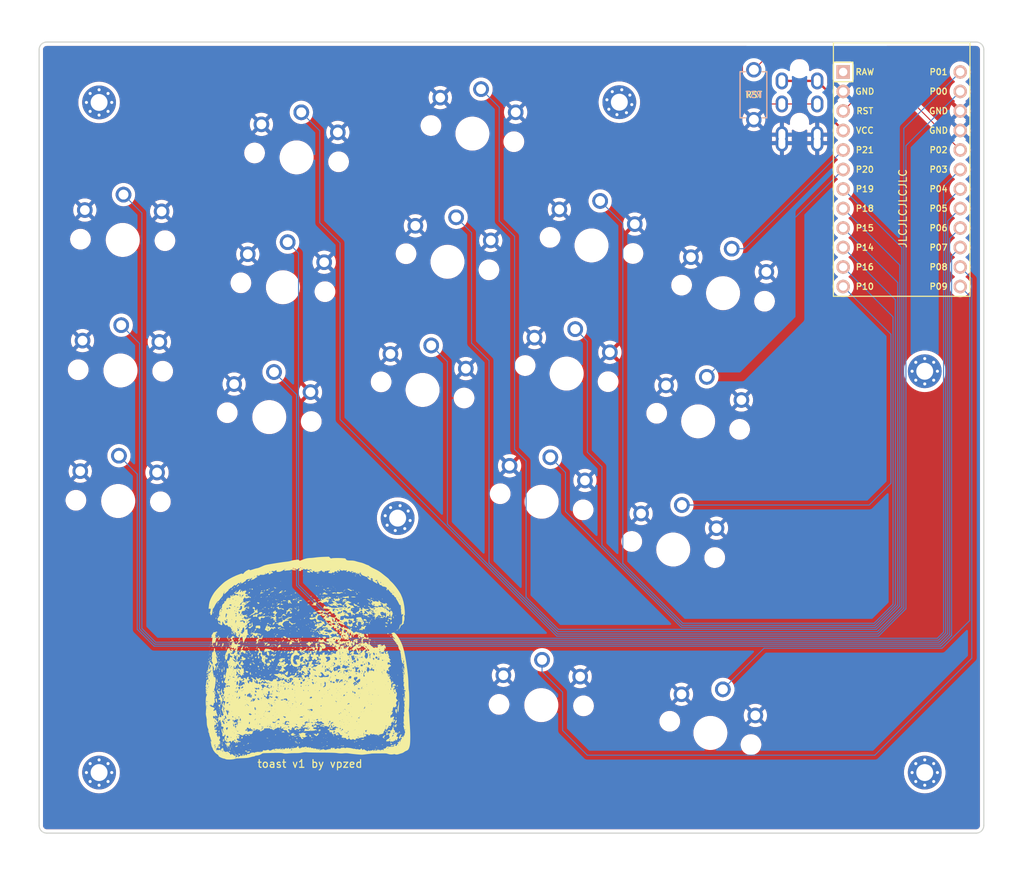
<source format=kicad_pcb>
(kicad_pcb (version 20211014) (generator pcbnew)
  (title_block (title "toast-v1") (rev "v1.0.0") (company "Unknown"))
  (layers (0 "F.Cu" signal) (31 "B.Cu" signal) (34 "B.Paste" user) (35 "F.Paste" user) (36 "B.SilkS" user "B.Silkscreen") (37 "F.SilkS" user "F.Silkscreen") (38 "B.Mask" user) (39 "F.Mask" user) (44 "Edge.Cuts" user))
  (net 0 "")
  (net 1 "GND")
  (net 2 "fingers_pinky_bottom")
  (net 3 "fingers_pinky_home")
  (net 4 "fingers_pinky_top")
  (net 5 "fingers_ring_bottom")
  (net 6 "fingers_ring_home")
  (net 7 "fingers_ring_top")
  (net 8 "fingers_middle_bottom")
  (net 9 "fingers_middle_home")
  (net 10 "fingers_middle_top")
  (net 11 "fingers_index_bottom")
  (net 12 "fingers_index_home")
  (net 13 "fingers_index_top")
  (net 14 "fingers_inner_bottom")
  (net 15 "fingers_inner_home")
  (net 16 "fingers_inner_top")
  (net 17 "thumb_tucky")
  (net 18 "thumb_home")
  (net 19 "RAW")
  (net 20 "RST")
  (net 21 "VCC")
  (net 22 "P2")
  (footprint "PG1350" (layer "F.Cu") (at 232.290361 192.925194 -16)
    (fp_text reference "S17" hide)
    (fp_text value "" hide)
    (pad "" np_thru_hole circle locked (at 5.5 0) (size 1.7018 1.7018) (drill 1.7018) (layers *.Cu *.Mask))
    (pad "" np_thru_hole circle locked (at 0 0) (size 3.429 3.429) (drill 3.429) (layers *.Cu *.Mask))
    (pad "" np_thru_hole circle locked (at -5.5 0) (size 1.7018 1.7018) (drill 1.7018) (layers *.Cu *.Mask))
    (pad "1" thru_hole circle locked (at -5 -3.8) (size 2.032 2.032) (drill 1.27) (layers *.Cu *.Mask) (net 1 "GND"))
    (pad "1" thru_hole circle locked (at 5 -3.8) (size 2.032 2.032) (drill 1.27) (layers *.Cu *.Mask) (net 1 "GND"))
    (pad "2" thru_hole circle locked (at 0 -5.9) (size 2.032 2.032) (drill 1.27) (layers *.Cu *.Mask) (net 18 "thumb_home"))
    (pad "2" thru_hole circle locked (at 0 -5.9) (size 2.032 2.032) (drill 1.27) (layers *.Cu *.Mask) (net 18 "thumb_home"))
  )
  (footprint "PG1350" (layer "F.Cu") (at 155.183551 162.733111 -1)
    (fp_text reference "S1" hide)
    (fp_text value "" hide)
    (pad "" np_thru_hole circle locked (at 0 0) (size 3.429 3.429) (drill 3.429) (layers *.Cu *.Mask))
    (pad "" np_thru_hole circle locked (at -5.5 0) (size 1.7018 1.7018) (drill 1.7018) (layers *.Cu *.Mask))
    (pad "" np_thru_hole circle locked (at 5.5 0) (size 1.7018 1.7018) (drill 1.7018) (layers *.Cu *.Mask))
    (pad "1" thru_hole circle locked (at 5 -3.8) (size 2.032 2.032) (drill 1.27) (layers *.Cu *.Mask) (net 1 "GND"))
    (pad "1" thru_hole circle locked (at -5 -3.8) (size 2.032 2.032) (drill 1.27) (layers *.Cu *.Mask) (net 1 "GND"))
    (pad "2" thru_hole circle locked (at 0 -5.9) (size 2.032 2.032) (drill 1.27) (layers *.Cu *.Mask) (net 2 "fingers_pinky_bottom"))
    (pad "2" thru_hole circle locked (at 0 -5.9) (size 2.032 2.032) (drill 1.27) (layers *.Cu *.Mask) (net 2 "fingers_pinky_bottom"))
  )
  (footprint "PG1350" (layer "F.Cu") (at 194.819387 148.271285 -11)
    (fp_text reference "S7" hide)
    (fp_text value "" hide)
    (pad "" np_thru_hole circle locked (at 5.5 0) (size 1.7018 1.7018) (drill 1.7018) (layers *.Cu *.Mask))
    (pad "" np_thru_hole circle locked (at 0 0) (size 3.429 3.429) (drill 3.429) (layers *.Cu *.Mask))
    (pad "" np_thru_hole circle locked (at -5.5 0) (size 1.7018 1.7018) (drill 1.7018) (layers *.Cu *.Mask))
    (pad "1" thru_hole circle locked (at -5 -3.8) (size 2.032 2.032) (drill 1.27) (layers *.Cu *.Mask) (net 1 "GND"))
    (pad "1" thru_hole circle locked (at 5 -3.8) (size 2.032 2.032) (drill 1.27) (layers *.Cu *.Mask) (net 1 "GND"))
    (pad "2" thru_hole circle locked (at 0 -5.9) (size 2.032 2.032) (drill 1.27) (layers *.Cu *.Mask) (net 8 "fingers_middle_bottom"))
    (pad "2" thru_hole circle locked (at 0 -5.9) (size 2.032 2.032) (drill 1.27) (layers *.Cu *.Mask) (net 8 "fingers_middle_bottom"))
  )
  (footprint "PG1350" (layer "F.Cu") (at 155.776933 128.73829 -1)
    (fp_text reference "S3" hide)
    (fp_text value "" hide)
    (pad "" np_thru_hole circle locked (at 5.5 0) (size 1.7018 1.7018) (drill 1.7018) (layers *.Cu *.Mask))
    (pad "" np_thru_hole circle locked (at 0 0) (size 3.429 3.429) (drill 3.429) (layers *.Cu *.Mask))
    (pad "" np_thru_hole circle locked (at -5.5 0) (size 1.7018 1.7018) (drill 1.7018) (layers *.Cu *.Mask))
    (pad "1" thru_hole circle locked (at -5 -3.8) (size 2.032 2.032) (drill 1.27) (layers *.Cu *.Mask) (net 1 "GND"))
    (pad "1" thru_hole circle locked (at 5 -3.8) (size 2.032 2.032) (drill 1.27) (layers *.Cu *.Mask) (net 1 "GND"))
    (pad "2" thru_hole circle locked (at 0 -5.9) (size 2.032 2.032) (drill 1.27) (layers *.Cu *.Mask) (net 4 "fingers_pinky_top"))
    (pad "2" thru_hole circle locked (at 0 -5.9) (size 2.032 2.032) (drill 1.27) (layers *.Cu *.Mask) (net 4 "fingers_pinky_top"))
  )
  (footprint "MountingHole_2.2mm_M2_Pad_Via" (layer "F.Cu") (at 152.700259 198.086733)
    (fp_text reference "HOLE2" hide)
    (fp_text value "" (at 0 0) (layer "F.SilkS") (effects (font (size 1.27 1.27))))
    (pad "1" thru_hole circle locked (at 0 1.65) (size 0.7 0.7) (drill 0.4) (layers *.Cu *.Mask))
    (pad "1" thru_hole circle locked (at 1.166726 1.166726) (size 0.7 0.7) (drill 0.4) (layers *.Cu *.Mask))
    (pad "1" thru_hole circle locked (at 1.166726 -1.166726) (size 0.7 0.7) (drill 0.4) (layers *.Cu *.Mask))
    (pad "1" thru_hole circle locked (at -1.166726 -1.166726) (size 0.7 0.7) (drill 0.4) (layers *.Cu *.Mask))
    (pad "1" thru_hole circle locked (at -1.65 0) (size 0.7 0.7) (drill 0.4) (layers *.Cu *.Mask))
    (pad "1" thru_hole circle locked (at -1.166726 1.166726) (size 0.7 0.7) (drill 0.4) (layers *.Cu *.Mask))
    (pad "1" thru_hole circle locked (at 0 0) (size 4.4 4.4) (drill 2.2) (layers *.Cu *.Mask))
    (pad "1" thru_hole circle locked (at 0 -1.65) (size 0.7 0.7) (drill 0.4) (layers *.Cu *.Mask))
    (pad "1" thru_hole circle locked (at 1.65 0) (size 0.7 0.7) (drill 0.4) (layers *.Cu *.Mask))
  )
  (footprint "PG1350" (layer "F.Cu") (at 230.698591 152.359131 -11)
    (fp_text reference "S14" hide)
    (fp_text value "" hide)
    (pad "" np_thru_hole circle locked (at 5.5 0) (size 1.7018 1.7018) (drill 1.7018) (layers *.Cu *.Mask))
    (pad "" np_thru_hole circle locked (at -5.5 0) (size 1.7018 1.7018) (drill 1.7018) (layers *.Cu *.Mask))
    (pad "" np_thru_hole circle locked (at 0 0) (size 3.429 3.429) (drill 3.429) (layers *.Cu *.Mask))
    (pad "1" thru_hole circle locked (at -5 -3.8) (size 2.032 2.032) (drill 1.27) (layers *.Cu *.Mask) (net 1 "GND"))
    (pad "1" thru_hole circle locked (at 5 -3.8) (size 2.032 2.032) (drill 1.27) (layers *.Cu *.Mask) (net 1 "GND"))
    (pad "2" thru_hole circle locked (at 0 -5.9) (size 2.032 2.032) (drill 1.27) (layers *.Cu *.Mask) (net 15 "fingers_inner_home"))
    (pad "2" thru_hole circle locked (at 0 -5.9) (size 2.032 2.032) (drill 1.27) (layers *.Cu *.Mask) (net 15 "fingers_inner_home"))
  )
  (footprint "PG1350" (layer "F.Cu") (at 178.412864 117.992442 -6)
    (fp_text reference "S6" hide)
    (fp_text value "" hide)
    (pad "" np_thru_hole circle locked (at 0 0) (size 3.429 3.429) (drill 3.429) (layers *.Cu *.Mask))
    (pad "" np_thru_hole circle locked (at 5.5 0) (size 1.7018 1.7018) (drill 1.7018) (layers *.Cu *.Mask))
    (pad "" np_thru_hole circle locked (at -5.5 0) (size 1.7018 1.7018) (drill 1.7018) (layers *.Cu *.Mask))
    (pad "1" thru_hole circle locked (at -5 -3.8) (size 2.032 2.032) (drill 1.27) (layers *.Cu *.Mask) (net 1 "GND"))
    (pad "1" thru_hole circle locked (at 5 -3.8) (size 2.032 2.032) (drill 1.27) (layers *.Cu *.Mask) (net 1 "GND"))
    (pad "2" thru_hole circle locked (at 0 -5.9) (size 2.032 2.032) (drill 1.27) (layers *.Cu *.Mask) (net 7 "fingers_ring_top"))
    (pad "2" thru_hole circle locked (at 0 -5.9) (size 2.032 2.032) (drill 1.27) (layers *.Cu *.Mask) (net 7 "fingers_ring_top"))
  )
  (footprint "MountingHole_2.2mm_M2_Pad_Via" (layer "F.Cu") (at 220.439052 110.804714 -11)
    (fp_text reference "HOLE4" hide)
    (fp_text value "" (at 0 0 -11) (layer "F.SilkS") (effects (font (size 1.27 1.27))))
    (pad "1" thru_hole circle locked (at -1.166726 -1.166726) (size 0.7 0.7) (drill 0.4) (layers *.Cu *.Mask))
    (pad "1" thru_hole circle locked (at 0 1.65) (size 0.7 0.7) (drill 0.4) (layers *.Cu *.Mask))
    (pad "1" thru_hole circle locked (at 1.166726 -1.166726) (size 0.7 0.7) (drill 0.4) (layers *.Cu *.Mask))
    (pad "1" thru_hole circle locked (at 1.166726 1.166726) (size 0.7 0.7) (drill 0.4) (layers *.Cu *.Mask))
    (pad "1" thru_hole circle locked (at -1.166726 1.166726) (size 0.7 0.7) (drill 0.4) (layers *.Cu *.Mask))
    (pad "1" thru_hole circle locked (at 1.65 0) (size 0.7 0.7) (drill 0.4) (layers *.Cu *.Mask))
    (pad "1" thru_hole circle locked (at 0 -1.65) (size 0.7 0.7) (drill 0.4) (layers *.Cu *.Mask))
    (pad "1" thru_hole circle locked (at 0 0) (size 4.4 4.4) (drill 2.2) (layers *.Cu *.Mask))
    (pad "1" thru_hole circle locked (at -1.65 0) (size 0.7 0.7) (drill 0.4) (layers *.Cu *.Mask))
  )
  (footprint "PG1350" (layer "F.Cu") (at 201.306893 114.89596 -11)
    (fp_text reference "S9" hide)
    (fp_text value "" hide)
    (pad "" np_thru_hole circle locked (at -5.5 0) (size 1.7018 1.7018) (drill 1.7018) (layers *.Cu *.Mask))
    (pad "" np_thru_hole circle locked (at 0 0) (size 3.429 3.429) (drill 3.429) (layers *.Cu *.Mask))
    (pad "" np_thru_hole circle locked (at 5.5 0) (size 1.7018 1.7018) (drill 1.7018) (layers *.Cu *.Mask))
    (pad "1" thru_hole circle locked (at -5 -3.8) (size 2.032 2.032) (drill 1.27) (layers *.Cu *.Mask) (net 1 "GND"))
    (pad "1" thru_hole circle locked (at 5 -3.8) (size 2.032 2.032) (drill 1.27) (layers *.Cu *.Mask) (net 1 "GND"))
    (pad "2" thru_hole circle locked (at 0 -5.9) (size 2.032 2.032) (drill 1.27) (layers *.Cu *.Mask) (net 10 "fingers_middle_top"))
    (pad "2" thru_hole circle locked (at 0 -5.9) (size 2.032 2.032) (drill 1.27) (layers *.Cu *.Mask) (net 10 "fingers_middle_top"))
  )
  (footprint "PG1350" (layer "F.Cu") (at 155.480242 145.735701 -1)
    (fp_text reference "S2" hide)
    (fp_text value "" hide)
    (pad "" np_thru_hole circle locked (at -5.5 0) (size 1.7018 1.7018) (drill 1.7018) (layers *.Cu *.Mask))
    (pad "" np_thru_hole circle locked (at 5.5 0) (size 1.7018 1.7018) (drill 1.7018) (layers *.Cu *.Mask))
    (pad "" np_thru_hole circle locked (at 0 0) (size 3.429 3.429) (drill 3.429) (layers *.Cu *.Mask))
    (pad "1" thru_hole circle locked (at 5 -3.8) (size 2.032 2.032) (drill 1.27) (layers *.Cu *.Mask) (net 1 "GND"))
    (pad "1" thru_hole circle locked (at -5 -3.8) (size 2.032 2.032) (drill 1.27) (layers *.Cu *.Mask) (net 1 "GND"))
    (pad "2" thru_hole circle locked (at 0 -5.9) (size 2.032 2.032) (drill 1.27) (layers *.Cu *.Mask) (net 3 "fingers_pinky_home"))
    (pad "2" thru_hole circle locked (at 0 -5.9) (size 2.032 2.032) (drill 1.27) (layers *.Cu *.Mask) (net 3 "fingers_pinky_home"))
  )
  (footprint "MountingHole_2.2mm_M2_Pad_Via" (layer "F.Cu") (at 152.700259 110.836733)
    (fp_text reference "HOLE1" hide)
    (fp_text value "" (at 0 0) (layer "F.SilkS") (effects (font (size 1.27 1.27))))
    (pad "1" thru_hole circle locked (at 1.166726 1.166726) (size 0.7 0.7) (drill 0.4) (layers *.Cu *.Mask))
    (pad "1" thru_hole circle locked (at 0 0) (size 4.4 4.4) (drill 2.2) (layers *.Cu *.Mask))
    (pad "1" thru_hole circle locked (at 0 1.65) (size 0.7 0.7) (drill 0.4) (layers *.Cu *.Mask))
    (pad "1" thru_hole circle locked (at 1.166726 -1.166726) (size 0.7 0.7) (drill 0.4) (layers *.Cu *.Mask))
    (pad "1" thru_hole circle locked (at -1.65 0) (size 0.7 0.7) (drill 0.4) (layers *.Cu *.Mask))
    (pad "1" thru_hole circle locked (at -1.166726 -1.166726) (size 0.7 0.7) (drill 0.4) (layers *.Cu *.Mask))
    (pad "1" thru_hole circle locked (at -1.166726 1.166726) (size 0.7 0.7) (drill 0.4) (layers *.Cu *.Mask))
    (pad "1" thru_hole circle locked (at 1.65 0) (size 0.7 0.7) (drill 0.4) (layers *.Cu *.Mask))
    (pad "1" thru_hole circle locked (at 0 -1.65) (size 0.7 0.7) (drill 0.4) (layers *.Cu *.Mask))
  )
  (footprint "PG1350" (layer "F.Cu") (at 210.273277 189.307306 -1)
    (fp_text reference "S16" hide)
    (fp_text value "" hide)
    (pad "" np_thru_hole circle locked (at -5.5 0) (size 1.7018 1.7018) (drill 1.7018) (layers *.Cu *.Mask))
    (pad "" np_thru_hole circle locked (at 5.5 0) (size 1.7018 1.7018) (drill 1.7018) (layers *.Cu *.Mask))
    (pad "" np_thru_hole circle locked (at 0 0) (size 3.429 3.429) (drill 3.429) (layers *.Cu *.Mask))
    (pad "1" thru_hole circle locked (at -5 -3.8) (size 2.032 2.032) (drill 1.27) (layers *.Cu *.Mask) (net 1 "GND"))
    (pad "1" thru_hole circle locked (at 5 -3.8) (size 2.032 2.032) (drill 1.27) (layers *.Cu *.Mask) (net 1 "GND"))
    (pad "2" thru_hole circle locked (at 0 -5.9) (size 2.032 2.032) (drill 1.27) (layers *.Cu *.Mask) (net 17 "thumb_tucky"))
    (pad "2" thru_hole circle locked (at 0 -5.9) (size 2.032 2.032) (drill 1.27) (layers *.Cu *.Mask) (net 17 "thumb_tucky"))
  )
  (footprint "MountingHole_2.2mm_M2_Pad_Via" (layer "F.Cu") (at 260.200259 198.086733)
    (fp_text reference "HOLE6" hide)
    (fp_text value "" (at 0 0) (layer "F.SilkS") (effects (font (size 1.27 1.27))))
    (pad "1" thru_hole circle locked (at 1.166726 -1.166726) (size 0.7 0.7) (drill 0.4) (layers *.Cu *.Mask))
    (pad "1" thru_hole circle locked (at -1.65 0) (size 0.7 0.7) (drill 0.4) (layers *.Cu *.Mask))
    (pad "1" thru_hole circle locked (at 0 -1.65) (size 0.7 0.7) (drill 0.4) (layers *.Cu *.Mask))
    (pad "1" thru_hole circle locked (at 1.166726 1.166726) (size 0.7 0.7) (drill 0.4) (layers *.Cu *.Mask))
    (pad "1" thru_hole circle locked (at -1.166726 1.166726) (size 0.7 0.7) (drill 0.4) (layers *.Cu *.Mask))
    (pad "1" thru_hole circle locked (at -1.166726 -1.166726) (size 0.7 0.7) (drill 0.4) (layers *.Cu *.Mask))
    (pad "1" thru_hole circle locked (at 0 1.65) (size 0.7 0.7) (drill 0.4) (layers *.Cu *.Mask))
    (pad "1" thru_hole circle locked (at 0 0) (size 4.4 4.4) (drill 2.2) (layers *.Cu *.Mask))
    (pad "1" thru_hole circle locked (at 1.65 0) (size 0.7 0.7) (drill 0.4) (layers *.Cu *.Mask))
  )
  (footprint "PG1350" (layer "F.Cu") (at 216.813681 129.45563 -11)
    (fp_text reference "S12" hide)
    (fp_text value "" hide)
    (pad "" np_thru_hole circle locked (at 0 0) (size 3.429 3.429) (drill 3.429) (layers *.Cu *.Mask))
    (pad "" np_thru_hole circle locked (at -5.5 0) (size 1.7018 1.7018) (drill 1.7018) (layers *.Cu *.Mask))
    (pad "" np_thru_hole circle locked (at 5.5 0) (size 1.7018 1.7018) (drill 1.7018) (layers *.Cu *.Mask))
    (pad "1" thru_hole circle locked (at 5 -3.8) (size 2.032 2.032) (drill 1.27) (layers *.Cu *.Mask) (net 1 "GND"))
    (pad "1" thru_hole circle locked (at -5 -3.8) (size 2.032 2.032) (drill 1.27) (layers *.Cu *.Mask) (net 1 "GND"))
    (pad "2" thru_hole circle locked (at 0 -5.9) (size 2.032 2.032) (drill 1.27) (layers *.Cu *.Mask) (net 13 "fingers_index_top"))
    (pad "2" thru_hole circle locked (at 0 -5.9) (size 2.032 2.032) (drill 1.27) (layers *.Cu *.Mask) (net 13 "fingers_index_top"))
  )
  (footprint "LOGO" (layer "F.Cu") (at 180 183.475)
    (fp_text reference "G***" (at 0 0) (layer "F.SilkS") (effects (font (size 1.524 1.524) (thickness 0.3))))
    (fp_text value "LOGO" hide)
  )
  (footprint "PG1350" (layer "F.Cu") (at 233.942344 135.671469 -11)
    (fp_text reference "S15" hide)
    (fp_text value "" hide)
    (pad "" np_thru_hole circle locked (at -5.5 0) (size 1.7018 1.7018) (drill 1.7018) (layers *.Cu *.Mask))
    (pad "" np_thru_hole circle locked (at 5.5 0) (size 1.7018 1.7018) (drill 1.7018) (layers *.Cu *.Mask))
    (pad "" np_thru_hole circle locked (at 0 0) (size 3.429 3.429) (drill 3.429) (layers *.Cu *.Mask))
    (pad "1" thru_hole circle locked (at -5 -3.8) (size 2.032 2.032) (drill 1.27) (layers *.Cu *.Mask) (net 1 "GND"))
    (pad "1" thru_hole circle locked (at 5 -3.8) (size 2.032 2.032) (drill 1.27) (layers *.Cu *.Mask) (net 1 "GND"))
    (pad "2" thru_hole circle locked (at 0 -5.9) (size 2.032 2.032) (drill 1.27) (layers *.Cu *.Mask) (net 16 "fingers_inner_top"))
    (pad "2" thru_hole circle locked (at 0 -5.9) (size 2.032 2.032) (drill 1.27) (layers *.Cu *.Mask) (net 16 "fingers_inner_top"))
  )
  (footprint "TACT_SWITCH_TVBP06" (layer "F.Cu") (at 237.950259 109.836733 90)
    (fp_text reference "B1" hide)
    (fp_text value "SW_RST" hide)
    (fp_text user "RST" (at 0 0) (layer "B.SilkS") (effects (font (size 0.8 0.8)) (justify mirror)))
    (fp_text user "RST" (at 0 0 -180) (layer "F.SilkS") (effects (font (size 0.8 0.8))))
    (pad "1" thru_hole circle locked (at -3.25 0) (size 2 2) (drill 1.3) (layers *.Cu *.Mask) (net 1 "GND"))
    (pad "2" thru_hole circle locked (at 3.25 0) (size 2 2) (drill 1.3) (layers *.Cu *.Mask) (net 20 "RST"))
  )
  (footprint "PG1350" (layer "F.Cu") (at 198.06314 131.583622 -11)
    (fp_text reference "S8" hide)
    (fp_text value "" hide)
    (pad "" np_thru_hole circle locked (at 5.5 0) (size 1.7018 1.7018) (drill 1.7018) (layers *.Cu *.Mask))
    (pad "" np_thru_hole circle locked (at -5.5 0) (size 1.7018 1.7018) (drill 1.7018) (layers *.Cu *.Mask))
    (pad "" np_thru_hole circle locked (at 0 0) (size 3.429 3.429) (drill 3.429) (layers *.Cu *.Mask))
    (pad "1" thru_hole circle locked (at -5 -3.8) (size 2.032 2.032) (drill 1.27) (layers *.Cu *.Mask) (net 1 "GND"))
    (pad "1" thru_hole circle locked (at 5 -3.8) (size 2.032 2.032) (drill 1.27) (layers *.Cu *.Mask) (net 1 "GND"))
    (pad "2" thru_hole circle locked (at 0 -5.9) (size 2.032 2.032) (drill 1.27) (layers *.Cu *.Mask) (net 9 "fingers_middle_home"))
    (pad "2" thru_hole circle locked (at 0 -5.9) (size 2.032 2.032) (drill 1.27) (layers *.Cu *.Mask) (net 9 "fingers_middle_home"))
  )
  (footprint "MountingHole_2.2mm_M2_Pad_Via" (layer "F.Cu") (at 191.575634 164.958947 -11)
    (fp_text reference "HOLE3" hide)
    (fp_text value "" (at 0 0 -11) (layer "F.SilkS") (effects (font (size 1.27 1.27))))
    (pad "1" thru_hole circle locked (at 1.166726 1.166726) (size 0.7 0.7) (drill 0.4) (layers *.Cu *.Mask))
    (pad "1" thru_hole circle locked (at 0 -1.65) (size 0.7 0.7) (drill 0.4) (layers *.Cu *.Mask))
    (pad "1" thru_hole circle locked (at -1.65 0) (size 0.7 0.7) (drill 0.4) (layers *.Cu *.Mask))
    (pad "1" thru_hole circle locked (at -1.166726 -1.166726) (size 0.7 0.7) (drill 0.4) (layers *.Cu *.Mask))
    (pad "1" thru_hole circle locked (at 0 1.65) (size 0.7 0.7) (drill 0.4) (layers *.Cu *.Mask))
    (pad "1" thru_hole circle locked (at 0 0) (size 4.4 4.4) (drill 2.2) (layers *.Cu *.Mask))
    (pad "1" thru_hole circle locked (at 1.166726 -1.166726) (size 0.7 0.7) (drill 0.4) (layers *.Cu *.Mask))
    (pad "1" thru_hole circle locked (at -1.166726 1.166726) (size 0.7 0.7) (drill 0.4) (layers *.Cu *.Mask))
    (pad "1" thru_hole circle locked (at 1.65 0) (size 0.7 0.7) (drill 0.4) (layers *.Cu *.Mask))
  )
  (footprint "PG1350" (layer "F.Cu") (at 174.858896 151.806186 -6)
    (fp_text reference "S4" hide)
    (fp_text value "" hide)
    (pad "" np_thru_hole circle locked (at 5.5 0) (size 1.7018 1.7018) (drill 1.7018) (layers *.Cu *.Mask))
    (pad "" np_thru_hole circle locked (at 0 0) (size 3.429 3.429) (drill 3.429) (layers *.Cu *.Mask))
    (pad "" np_thru_hole circle locked (at -5.5 0) (size 1.7018 1.7018) (drill 1.7018) (layers *.Cu *.Mask))
    (pad "1" thru_hole circle locked (at -5 -3.8) (size 2.032 2.032) (drill 1.27) (layers *.Cu *.Mask) (net 1 "GND"))
    (pad "1" thru_hole circle locked (at 5 -3.8) (size 2.032 2.032) (drill 1.27) (layers *.Cu *.Mask) (net 1 "GND"))
    (pad "2" thru_hole circle locked (at 0 -5.9) (size 2.032 2.032) (drill 1.27) (layers *.Cu *.Mask) (net 5 "fingers_ring_bottom"))
    (pad "2" thru_hole circle locked (at 0 -5.9) (size 2.032 2.032) (drill 1.27) (layers *.Cu *.Mask) (net 5 "fingers_ring_bottom"))
  )
  (footprint "TRRS-PJ-320A-dual" (layer "F.Cu") (at 246.200259 104.836733)
    (fp_text reference "REF**")
    (fp_text value "TRRS-PJ-320A-dual")
    (pad "" np_thru_hole circle locked (at -2.3 8.6) (size 1.5 1.5) (drill 1.5) (layers *.Cu *.Mask))
    (pad "" np_thru_hole circle locked (at -2.3 1.6) (size 1.5 1.5) (drill 1.5) (layers *.Cu *.Mask))
    (pad "1" thru_hole oval locked (at 0 11.3) (size 1.6 2.2) (drill oval 0.9 1.5) (layers *.Cu *.Mask) (net 1 "GND"))
    (pad "1" thru_hole oval locked (at -4.6 11.3) (size 1.6 2.2) (drill oval 0.9 1.5) (layers *.Cu *.Mask) (net 1 "GND"))
    (pad "2" thru_hole oval locked (at -4.6 10.2) (size 1.6 2.2) (drill oval 0.9 1.5) (layers *.Cu *.Mask) (net 1 "GND"))
    (pad "2" thru_hole oval locked (at 0 10.2) (size 1.6 2.2) (drill oval 0.9 1.5) (layers *.Cu *.Mask) (net 1 "GND"))
    (pad "3" thru_hole oval locked (at 0 6.2) (size 1.6 2.2) (drill oval 0.9 1.5) (layers *.Cu *.Mask) (net 22 "P2"))
    (pad "3" thru_hole oval locked (at -4.6 6.2) (size 1.6 2.2) (drill oval 0.9 1.5) (layers *.Cu *.Mask) (net 22 "P2"))
    (pad "4" thru_hole oval locked (at -4.6 3.2) (size 1.6 2.2) (drill oval 0.9 1.5) (layers *.Cu *.Mask) (net 21 "VCC"))
    (pad "4" thru_hole oval locked (at 0 3.2) (size 1.6 2.2) (drill oval 0.9 1.5) (layers *.Cu *.Mask) (net 21 "VCC"))
  )
  (footprint "PG1350" (layer "F.Cu") (at 227.454839 169.046794 -11)
    (fp_text reference "S13" hide)
    (fp_text value "" hide)
    (pad "" np_thru_hole circle locked (at -5.5 0) (size 1.7018 1.7018) (drill 1.7018) (layers *.Cu *.Mask))
    (pad "" np_thru_hole circle locked (at 0 0) (size 3.429 3.429) (drill 3.429) (layers *.Cu *.Mask))
    (pad "" np_thru_hole circle locked (at 5.5 0) (size 1.7018 1.7018) (drill 1.7018) (layers *.Cu *.Mask))
    (pad "1" thru_hole circle locked (at 5 -3.8) (size 2.032 2.032) (drill 1.27) (layers *.Cu *.Mask) (net 1 "GND"))
    (pad "1" thru_hole circle locked (at -5 -3.8) (size 2.032 2.032) (drill 1.27) (layers *.Cu *.Mask) (net 1 "GND"))
    (pad "2" thru_hole circle locked (at 0 -5.9) (size 2.032 2.032) (drill 1.27) (layers *.Cu *.Mask) (net 14 "fingers_inner_bottom"))
    (pad "2" thru_hole circle locked (at 0 -5.9) (size 2.032 2.032) (drill 1.27) (layers *.Cu *.Mask) (net 14 "fingers_inner_bottom"))
  )
  (footprint "PG1350" (layer "F.Cu") (at 210.326175 162.830954 -11)
    (fp_text reference "S10" hide)
    (fp_text value "" hide)
    (pad "" np_thru_hole circle locked (at 5.5 0) (size 1.7018 1.7018) (drill 1.7018) (layers *.Cu *.Mask))
    (pad "" np_thru_hole circle locked (at 0 0) (size 3.429 3.429) (drill 3.429) (layers *.Cu *.Mask))
    (pad "" np_thru_hole circle locked (at -5.5 0) (size 1.7018 1.7018) (drill 1.7018) (layers *.Cu *.Mask))
    (pad "1" thru_hole circle locked (at 5 -3.8) (size 2.032 2.032) (drill 1.27) (layers *.Cu *.Mask) (net 1 "GND"))
    (pad "1" thru_hole circle locked (at -5 -3.8) (size 2.032 2.032) (drill 1.27) (layers *.Cu *.Mask) (net 1 "GND"))
    (pad "2" thru_hole circle locked (at 0 -5.9) (size 2.032 2.032) (drill 1.27) (layers *.Cu *.Mask) (net 11 "fingers_index_bottom"))
    (pad "2" thru_hole circle locked (at 0 -5.9) (size 2.032 2.032) (drill 1.27) (layers *.Cu *.Mask) (net 11 "fingers_index_bottom"))
  )
  (footprint "MountingHole_2.2mm_M2_Pad_Via" (layer "F.Cu") (at 260.200259 145.836733)
    (fp_text reference "HOLE5" hide)
    (fp_text value "" (at 0 0) (layer "F.SilkS") (effects (font (size 1.27 1.27))))
    (pad "1" thru_hole circle locked (at 0 0) (size 4.4 4.4) (drill 2.2) (layers *.Cu *.Mask))
    (pad "1" thru_hole circle locked (at 1.65 0) (size 0.7 0.7) (drill 0.4) (layers *.Cu *.Mask))
    (pad "1" thru_hole circle locked (at 1.166726 1.166726) (size 0.7 0.7) (drill 0.4) (layers *.Cu *.Mask))
    (pad "1" thru_hole circle locked (at -1.166726 -1.166726) (size 0.7 0.7) (drill 0.4) (layers *.Cu *.Mask))
    (pad "1" thru_hole circle locked (at -1.166726 1.166726) (size 0.7 0.7) (drill 0.4) (layers *.Cu *.Mask))
    (pad "1" thru_hole circle locked (at 0 1.65) (size 0.7 0.7) (drill 0.4) (layers *.Cu *.Mask))
    (pad "1" thru_hole circle locked (at -1.65 0) (size 0.7 0.7) (drill 0.4) (layers *.Cu *.Mask))
    (pad "1" thru_hole circle locked (at 1.166726 -1.166726) (size 0.7 0.7) (drill 0.4) (layers *.Cu *.Mask))
    (pad "1" thru_hole circle locked (at 0 -1.65) (size 0.7 0.7) (drill 0.4) (layers *.Cu *.Mask))
  )
  (footprint "ProMicro" (layer "F.Cu") (at 257.200259 120.836733 -90)
    (fp_text reference "MCU1" hide)
    (fp_text value "" hide)
    (fp_text user "VCC" (at -6.35 4.8) (layer "F.SilkS") (effects (font (size 0.8 0.8))))
    (fp_text user "P02" (at -3.81 -4.8) (layer "F.SilkS") (effects (font (size 0.8 0.8))))
    (fp_text user "P00" (at -11.43 -4.8) (layer "F.SilkS") (effects (font (size 0.8 0.8))))
    (fp_text user "P20" (at -1.27 4.8) (layer "F.SilkS") (effects (font (size 0.8 0.8))))
    (fp_text user "GND" (at -11.43 4.8) (layer "F.SilkS") (effects (font (size 0.8 0.8))))
    (fp_text user "P14" (at 8.89 4.8) (layer "F.SilkS") (effects (font (size 0.8 0.8))))
    (fp_text user "P01" (at -13.97 -4.8) (layer "F.SilkS") (effects (font (size 0.8 0.8))))
    (fp_text user "P06" (at 6.35 -4.8) (layer "F.SilkS") (effects (font (size 0.8 0.8))))
    (fp_text user "P18" (at 3.81 4.8) (layer "F.SilkS") (effects (font (size 0.8 0.8))))
    (fp_text user "P15" (at 6.35 4.8) (layer "F.SilkS") (effects (font (size 0.8 0.8))))
    (fp_text user "RAW" (at -13.97 4.8) (layer "F.SilkS") (effects (font (size 0.8 0.8))))
    (fp_text user "RST" (at -8.89 4.8) (layer "F.SilkS") (effects (font (size 0.8 0.8))))
    (fp_text user "P04" (at 1.27 -4.8) (layer "F.SilkS") (effects (font (size 0.8 0.8))))
    (fp_text user "GND" (at -8.89 -4.8) (layer "F.SilkS") (effects (font (size 0.8 0.8))))
    (fp_text user "P09" (at 13.97 -4.8) (layer "F.SilkS") (effects (font (size 0.8 0.8))))
    (fp_text user "GND" (at -6.35 -4.8) (layer "F.SilkS") (effects (font (size 0.8 0.8))))
    (fp_text user "P05" (at 3.81 -4.8) (layer "F.SilkS") (effects (font (size 0.8 0.8))))
    (fp_text user "P10" (at 13.97 4.8) (layer "F.SilkS") (effects (font (size 0.8 0.8))))
    (fp_text user "P21" (at -3.81 4.8) (layer "F.SilkS") (effects (font (size 0.8 0.8))))
    (fp_text user "P03" (at -1.27 -4.8) (layer "F.SilkS") (effects (font (size 0.8 0.8))))
    (fp_text user "P07" (at 8.89 -4.8) (layer "F.SilkS") (effects (font (size 0.8 0.8))))
    (fp_text user "P16" (at 11.43 4.8) (layer "F.SilkS") (effects (font (size 0.8 0.8))))
    (fp_text user "P19" (at 1.27 4.8) (layer "F.SilkS") (effects (font (size 0.8 0.8))))
    (fp_text user "P08" (at 11.43 -4.8) (layer "F.SilkS") (effects (font (size 0.8 0.8))))
    (pad "1" thru_hole rect locked (at -13.97 7.62 270) (size 1.7526 1.7526) (drill 1.0922) (layers *.Cu *.SilkS *.Mask) (net 19 "RAW"))
    (pad "2" thru_hole circle locked (at -11.43 7.62) (size 1.7526 1.7526) (drill 1.0922) (layers *.Cu *.SilkS *.Mask) (net 1 "GND"))
    (pad "3" thru_hole circle locked (at -8.89 7.62) (size 1.7526 1.7526) (drill 1.0922) (layers *.Cu *.SilkS *.Mask) (net 20 "RST"))
    (pad "4" thru_hole circle locked (at -6.35 7.62) (size 1.7526 1.7526) (drill 1.0922) (layers *.Cu *.SilkS *.Mask) (net 21 "VCC"))
    (pad "5" thru_hole circle locked (at -3.81 7.62) (size 1.7526 1.7526) (drill 1.0922) (layers *.Cu *.SilkS *.Mask) (net 16 "fingers_inner_top"))
    (pad "6" thru_hole circle locked (at -1.27 7.62) (size 1.7526 1.7526) (drill 1.0922) (layers *.Cu *.SilkS *.Mask) (net 15 "fingers_inner_home"))
    (pad "7" thru_hole circle locked (at 1.27 7.62) (size 1.7526 1.7526) (drill 1.0922) (layers *.Cu *.SilkS *.Mask) (net 9 "fingers_middle_home"))
    (pad "8" thru_hole circle locked (at 3.81 7.62) (size 1.7526 1.7526) (drill 1.0922) (layers *.Cu *.SilkS *.Mask) (net 10 "fingers_middle_top"))
    (pad "9" thru_hole circle locked (at 6.35 7.62) (size 1.7526 1.7526) (drill 1.0922) (layers *.Cu *.SilkS *.Mask) (net 11 "fingers_index_bottom"))
    (pad "10" thru_hole circle locked (at 8.89 7.62) (size 1.7526 1.7526) (drill 1.0922) (layers *.Cu *.SilkS *.Mask) (net 12 "fingers_index_home"))
    (pad "11" thru_hole circle locked (at 11.43 7.62) (size 1.7526 1.7526) (drill 1.0922) (layers *.Cu *.SilkS *.Mask) (net 13 "fingers_index_top"))
    (pad "12" thru_hole circle locked (at 13.97 7.62) (size 1.7526 1.7526) (drill 1.0922) (layers *.Cu *.SilkS *.Mask) (net 14 "fingers_inner_bottom"))
    (pad "13" thru_hole circle locked (at -13.97 -7.62) (size 1.7526 1.7526) (drill 1.0922) (layers *.Cu *.SilkS *.Mask) (net 8 "fingers_middle_bottom"))
    (pad "14" thru_hole circle locked (at -11.43 -7.62) (size 1.7526 1.7526) (drill 1.0922) (layers *.Cu *.SilkS *.Mask) (net 7 "fingers_ring_top"))
    (pad "15" thru_hole circle locked (at -8.89 -7.62) (size 1.7526 1.7526) (drill 1.0922) (layers *.Cu *.SilkS *.Mask) (net 1 "GND"))
    (pad "16" thru_hole circle locked (at -6.35 -7.62) (size 1.7526 1.7526) (drill 1.0922) (layers *.Cu *.SilkS *.Mask) (net 1 "GND"))
    (pad "17" thru_hole circle locked (at -3.81 -7.62) (size 1.7526 1.7526) (drill 1.0922) (layers *.Cu *.SilkS *.Mask) (net 22 "P2"))
    (pad "18" thru_hole circle locked (at -1.27 -7.62) (size 1.7526 1.7526) (drill 1.0922) (layers *.Cu *.SilkS *.Mask) (net 6 "fingers_ring_home"))
    (pad "19" thru_hole circle locked (at 1.27 -7.62) (size 1.7526 1.7526) (drill 1.0922) (layers *.Cu *.SilkS *.Mask) (net 5 "fingers_ring_bottom"))
    (pad "20" thru_hole circle locked (at 3.81 -7.62) (size 1.7526 1.7526) (drill 1.0922) (layers *.Cu *.SilkS *.Mask) (net 4 "fingers_pinky_top"))
    (pad "21" thru_hole circle locked (at 6.35 -7.62) (size 1.7526 1.7526) (drill 1.0922) (layers *.Cu *.SilkS *.Mask) (net 3 "fingers_pinky_home"))
    (pad "22" thru_hole circle locked (at 8.89 -7.62) (size 1.7526 1.7526) (drill 1.0922) (layers *.Cu *.SilkS *.Mask) (net 2 "fingers_pinky_bottom"))
    (pad "23" thru_hole circle locked (at 11.43 -7.62) (size 1.7526 1.7526) (drill 1.0922) (layers *.Cu *.SilkS *.Mask) (net 17 "thumb_tucky"))
    (pad "24" thru_hole circle locked (at 13.97 -7.62) (size 1.7526 1.7526) (drill 1.0922) (layers *.Cu *.SilkS *.Mask) (net 18 "thumb_home"))
  )
  (footprint "PG1350" (layer "F.Cu") (at 176.63588 134.899314 -6)
    (fp_text reference "S5" hide)
    (fp_text value "" hide)
    (pad "" np_thru_hole circle locked (at 5.5 0) (size 1.7018 1.7018) (drill 1.7018) (layers *.Cu *.Mask))
    (pad "" np_thru_hole circle locked (at -5.5 0) (size 1.7018 1.7018) (drill 1.7018) (layers *.Cu *.Mask))
    (pad "" np_thru_hole circle locked (at 0 0) (size 3.429 3.429) (drill 3.429) (layers *.Cu *.Mask))
    (pad "1" thru_hole circle locked (at 5 -3.8) (size 2.032 2.032) (drill 1.27) (layers *.Cu *.Mask) (net 1 "GND"))
    (pad "1" thru_hole circle locked (at -5 -3.8) (size 2.032 2.032) (drill 1.27) (layers *.Cu *.Mask) (net 1 "GND"))
    (pad "2" thru_hole circle locked (at 0 -5.9) (size 2.032 2.032) (drill 1.27) (layers *.Cu *.Mask) (net 6 "fingers_ring_home"))
    (pad "2" thru_hole circle locked (at 0 -5.9) (size 2.032 2.032) (drill 1.27) (layers *.Cu *.Mask) (net 6 "fingers_ring_home"))
  )
  (footprint "PG1350" (layer "F.Cu") (at 213.569928 146.143292 -11)
    (fp_text reference "S11" hide)
    (fp_text value "" hide)
    (pad "" np_thru_hole circle locked (at 0 0) (size 3.429 3.429) (drill 3.429) (layers *.Cu *.Mask))
    (pad "" np_thru_hole circle locked (at 5.5 0) (size 1.7018 1.7018) (drill 1.7018) (layers *.Cu *.Mask))
    (pad "" np_thru_hole circle locked (at -5.5 0) (size 1.7018 1.7018) (drill 1.7018) (layers *.Cu *.Mask))
    (pad "1" thru_hole circle locked (at -5 -3.8) (size 2.032 2.032) (drill 1.27) (layers *.Cu *.Mask) (net 1 "GND"))
    (pad "1" thru_hole circle locked (at 5 -3.8) (size 2.032 2.032) (drill 1.27) (layers *.Cu *.Mask) (net 1 "GND"))
    (pad "2" thru_hole circle locked (at 0 -5.9) (size 2.032 2.032) (drill 1.27) (layers *.Cu *.Mask) (net 12 "fingers_index_home"))
    (pad "2" thru_hole circle locked (at 0 -5.9) (size 2.032 2.032) (drill 1.27) (layers *.Cu *.Mask) (net 12 "fingers_index_home"))
  )
  (gr_arc (start 145.892359 205.971541) (mid 145.185252 205.678648) (end 144.892359 204.971541) (layer "Edge.Cuts") (width 0.15))
  (gr_arc (start 144.892359 103.971541) (mid 145.185252 103.264434) (end 145.892359 102.971541) (layer "Edge.Cuts") (width 0.15))
  (gr_line (start 266.892359 102.971541) (end 145.892359 102.971541) (layer "Edge.Cuts") (width 0.15))
  (gr_line (start 144.892359 103.971541) (end 144.892359 204.971541) (layer "Edge.Cuts") (width 0.15))
  (gr_line (start 145.892359 205.971541) (end 266.892359 205.971541) (layer "Edge.Cuts") (width 0.15))
  (gr_arc (start 266.892359 102.971541) (mid 267.599466 103.264434) (end 267.892359 103.971541) (layer "Edge.Cuts") (width 0.15))
  (gr_arc (start 267.892359 204.971541) (mid 267.599466 205.678648) (end 266.892359 205.971541) (layer "Edge.Cuts") (width 0.15))
  (gr_line (start 267.892359 204.971541) (end 267.892359 103.971541) (layer "Edge.Cuts") (width 0.15))
  (gr_text "toast v1 by vpzed" (at 180.15 196.95) (layer "F.SilkS") (effects (font (size 1 1))))
  (gr_text "JLCJLCJLCJLC" (at 257.35 124.65 90) (layer "F.SilkS") (effects (font (size 1 1))))
  (segment (start 159.85703 181.632552) (end 262.292971 181.632552) (width 0.13) (layer "B.Cu") (net 2))
  (segment (start 262.292971 181.632552) (end 263.701043 180.22448) (width 0.13) (layer "B.Cu") (net 2))
  (segment (start 155.28652 156.83401) (end 157.668489 159.215979) (width 0.13) (layer "B.Cu") (net 2))
  (segment (start 157.668489 159.215979) (end 157.668489 179.444011) (width 0.13) (layer "B.Cu") (net 2))
  (segment (start 157.668489 179.444011) (end 159.85703 181.632552) (width 0.13) (layer "B.Cu") (net 2))
  (segment (start 263.701043 130.845949) (end 264.820259 129.726733) (width 0.13) (layer "B.Cu") (net 2))
  (segment (start 263.701043 180.22448) (end 263.701043 130.845949) (width 0.13) (layer "B.Cu") (net 2))
  (segment (start 157.968489 179.38125) (end 159.963281 181.376042) (width 0.13) (layer "B.Cu") (net 3))
  (segment (start 262.18672 181.376042) (end 263.444532 180.11823) (width 0.13) (layer "B.Cu") (net 3))
  (segment (start 155.583211 139.8366) (end 157.968489 142.221878) (width 0.13) (layer "B.Cu") (net 3))
  (segment (start 263.444532 180.11823) (end 263.444532 128.56246) (width 0.13) (layer "B.Cu") (net 3))
  (segment (start 157.968489 142.221878) (end 157.968489 179.38125) (width 0.13) (layer "B.Cu") (net 3))
  (segment (start 263.444532 128.56246) (end 264.820259 127.186733) (width 0.13) (layer "B.Cu") (net 3))
  (segment (start 159.963281 181.376042) (end 262.18672 181.376042) (width 0.13) (layer "B.Cu") (net 3))
  (segment (start 263.188022 126.27897) (end 264.820259 124.646733) (width 0.13) (layer "B.Cu") (net 4))
  (segment (start 263.188022 179.987501) (end 263.188022 126.27897) (width 0.13) (layer "B.Cu") (net 4))
  (segment (start 155.879902 122.839189) (end 158.275 125.234287) (width 0.13) (layer "B.Cu") (net 4))
  (segment (start 158.275 125.234287) (end 158.275 179.325) (width 0.13) (layer "B.Cu") (net 4))
  (segment (start 160.069532 181.119532) (end 262.055991 181.119532) (width 0.13) (layer "B.Cu") (net 4))
  (segment (start 262.055991 181.119532) (end 263.188022 179.987501) (width 0.13) (layer "B.Cu") (net 4))
  (segment (start 158.275 179.325) (end 160.069532 181.119532) (width 0.13) (layer "B.Cu") (net 4))
  (segment (start 185.5375 180.863022) (end 261.949739 180.863022) (width 0.13) (layer "B.Cu") (net 5))
  (segment (start 261.949739 180.863022) (end 262.925 179.887761) (width 0.13) (layer "B.Cu") (net 5))
  (segment (start 262.925 124.001992) (end 264.820259 122.106733) (width 0.13) (layer "B.Cu") (net 5))
  (segment (start 178.40839 148.871283) (end 178.40839 173.733912) (width 0.13) (layer "B.Cu") (net 5))
  (segment (start 175.475614 145.938507) (end 178.40839 148.871283) (width 0.13) (layer "B.Cu") (net 5))
  (segment (start 262.925 179.887761) (end 262.925 124.001992) (width 0.13) (layer "B.Cu") (net 5))
  (segment (start 178.40839 173.733912) (end 185.5375 180.863022) (width 0.13) (layer "B.Cu") (net 5))
  (segment (start 178.664901 130.443938) (end 178.664901 173.627662) (width 0.13) (layer "B.Cu") (net 6))
  (segment (start 262.65 121.736992) (end 264.820259 119.566733) (width 0.13) (layer "B.Cu") (net 6))
  (segment (start 185.64375 180.606511) (end 261.843489 180.606511) (width 0.13) (layer "B.Cu") (net 6))
  (segment (start 261.843489 180.606511) (end 262.65 179.8) (width 0.13) (layer "B.Cu") (net 6))
  (segment (start 262.65 179.8) (end 262.65 121.736992) (width 0.13) (layer "B.Cu") (net 6))
  (segment (start 177.252598 129.031635) (end 178.664901 130.443938) (width 0.13) (layer "B.Cu") (net 6))
  (segment (start 178.664901 173.627662) (end 185.64375 180.606511) (width 0.13) (layer "B.Cu") (net 6))
  (segment (start 181.425 114.520181) (end 181.425 126.5) (width 0.13) (layer "B.Cu") (net 7))
  (segment (start 257.75 176.763286) (end 257.75 116.476992) (width 0.13) (layer "B.Cu") (net 7))
  (segment (start 184.075 152.113283) (end 212.286717 180.325) (width 0.13) (layer "B.Cu") (net 7))
  (segment (start 184.075 129.15) (end 184.075 152.113283) (width 0.13) (layer "B.Cu") (net 7))
  (segment (start 257.75 116.476992) (end 264.820259 109.406733) (width 0.13) (layer "B.Cu") (net 7))
  (segment (start 179.029582 112.124763) (end 181.425 114.520181) (width 0.13) (layer "B.Cu") (net 7))
  (segment (start 254.188286 180.325) (end 257.75 176.763286) (width 0.13) (layer "B.Cu") (net 7))
  (segment (start 181.425 126.5) (end 184.075 129.15) (width 0.13) (layer "B.Cu") (net 7))
  (segment (start 212.286717 180.325) (end 254.188286 180.325) (width 0.13) (layer "B.Cu") (net 7))
  (segment (start 195.94516 142.479685) (end 198.05 144.584525) (width 0.13) (layer "B.Cu") (net 8))
  (segment (start 198.05 165.725522) (end 212.374478 180.05) (width 0.13) (layer "B.Cu") (net 8))
  (segment (start 254.100524 180.05) (end 257.475 176.675524) (width 0.13) (layer "B.Cu") (net 8))
  (segment (start 257.475 114.211992) (end 264.820259 106.866733) (width 0.13) (layer "B.Cu") (net 8))
  (segment (start 257.475 176.675524) (end 257.475 114.211992) (width 0.13) (layer "B.Cu") (net 8))
  (segment (start 212.374478 180.05) (end 254.100524 180.05) (width 0.13) (layer "B.Cu") (net 8))
  (segment (start 198.05 144.584525) (end 198.05 165.725522) (width 0.13) (layer "B.Cu") (net 8))
  (segment (start 201.2 142.175) (end 203.475 144.45) (width 0.13) (layer "B.Cu") (net 9))
  (segment (start 203.475 170.78776) (end 212.437239 179.75) (width 0.13) (layer "B.Cu") (net 9))
  (segment (start 203.475 144.45) (end 203.475 170.78776) (width 0.13) (layer "B.Cu") (net 9))
  (segment (start 212.437239 179.75) (end 254.037762 179.75) (width 0.13) (layer "B.Cu") (net 9))
  (segment (start 254.037762 179.75) (end 257.218489 176.569273) (width 0.13) (layer "B.Cu") (net 9))
  (segment (start 257.218489 129.744963) (end 249.580259 122.106733) (width 0.13) (layer "B.Cu") (net 9))
  (segment (start 201.2 127.803109) (end 201.2 142.175) (width 0.13) (layer "B.Cu") (net 9))
  (segment (start 199.188913 125.792022) (end 201.2 127.803109) (width 0.13) (layer "B.Cu") (net 9))
  (segment (start 257.218489 176.569273) (end 257.218489 129.744963) (width 0.13) (layer "B.Cu") (net 9))
  (segment (start 256.95 176.388285) (end 253.900263 179.438022) (width 0.13) (layer "B.Cu") (net 10))
  (segment (start 212.488022 179.438022) (end 208.297154 175.247154) (width 0.13) (layer "B.Cu") (net 10))
  (segment (start 206.8 156.025) (end 206.8 128.275) (width 0.13) (layer "B.Cu") (net 10))
  (segment (start 208.297154 175.247154) (end 208.297154 157.522154) (width 0.13) (layer "B.Cu") (net 10))
  (segment (start 204.8 126.275) (end 204.8 111.471694) (width 0.13) (layer "B.Cu") (net 10))
  (segment (start 204.8 111.471694) (end 202.432666 109.10436) (width 0.13) (layer "B.Cu") (net 10))
  (segment (start 208.297154 157.522154) (end 206.8 156.025) (width 0.13) (layer "B.Cu") (net 10))
  (segment (start 253.900263 179.438022) (end 212.488022 179.438022) (width 0.13) (layer "B.Cu") (net 10))
  (segment (start 206.8 128.275) (end 204.8 126.275) (width 0.13) (layer "B.Cu") (net 10))
  (segment (start 249.580259 124.646733) (end 256.95 132.016474) (width 0.13) (layer "B.Cu") (net 10))
  (segment (start 256.95 132.016474) (end 256.95 176.388285) (width 0.13) (layer "B.Cu") (net 10))
  (segment (start 213.425 159.012406) (end 213.425 164.100522) (width 0.13) (layer "B.Cu") (net 11))
  (segment (start 213.425 164.100522) (end 228.505989 179.181511) (width 0.13) (layer "B.Cu") (net 11))
  (segment (start 256.68125 134.287724) (end 249.580259 127.186733) (width 0.13) (layer "B.Cu") (net 11))
  (segment (start 256.68125 176.294274) (end 256.68125 134.287724) (width 0.13) (layer "B.Cu") (net 11))
  (segment (start 211.451948 157.039354) (end 213.425 159.012406) (width 0.13) (layer "B.Cu") (net 11))
  (segment (start 253.794013 179.181511) (end 256.68125 176.294274) (width 0.13) (layer "B.Cu") (net 11))
  (segment (start 228.505989 179.181511) (end 253.794013 179.181511) (width 0.13) (layer "B.Cu") (net 11))
  (segment (start 216.275 141.930991) (end 216.275 156.375) (width 0.13) (layer "B.Cu") (net 12))
  (segment (start 253.687762 178.925) (end 256.375 176.237762) (width 0.13) (layer "B.Cu") (net 12))
  (segment (start 256.375 136.521474) (end 249.580259 129.726733) (width 0.13) (layer "B.Cu") (net 12))
  (segment (start 216.275 156.375) (end 218.175 158.275) (width 0.13) (layer "B.Cu") (net 12))
  (segment (start 218.175 168.487761) (end 228.612239 178.925) (width 0.13) (layer "B.Cu") (net 12))
  (segment (start 228.612239 178.925) (end 253.687762 178.925) (width 0.13) (layer "B.Cu") (net 12))
  (segment (start 218.175 158.275) (end 218.175 168.487761) (width 0.13) (layer "B.Cu") (net 12))
  (segment (start 214.695701 140.351692) (end 216.275 141.930991) (width 0.13) (layer "B.Cu") (net 12))
  (segment (start 256.375 176.237762) (end 256.375 136.521474) (width 0.13) (layer "B.Cu") (net 12))
  (segment (start 220.890468 126.615044) (end 220.890468 170.840468) (width 0.13) (layer "B.Cu") (net 13))
  (segment (start 217.939454 123.66403) (end 220.890468 126.615044) (width 0.13) (layer "B.Cu") (net 13))
  (segment (start 228.7 178.65) (end 253.6 178.65) (width 0.13) (layer "B.Cu") (net 13))
  (segment (start 253.6 178.65) (end 256.075 176.175) (width 0.13) (layer "B.Cu") (net 13))
  (segment (start 256.075 176.175) (end 256.075 138.761474) (width 0.13) (layer "B.Cu") (net 13))
  (segment (start 220.890468 170.840468) (end 228.7 178.65) (width 0.13) (layer "B.Cu") (net 13))
  (segment (start 256.075 138.761474) (end 249.580259 132.266733) (width 0.13) (layer "B.Cu") (net 13))
  (segment (start 255.8 160.425) (end 255.8 141.026474) (width 0.13) (layer "B.Cu") (net 14))
  (segment (start 228.580612 163.255194) (end 252.969806 163.255194) (width 0.13) (layer "B.Cu") (net 14))
  (segment (start 255.8 141.026474) (end 249.580259 134.806733) (width 0.13) (layer "B.Cu") (net 14))
  (segment (start 252.969806 163.255194) (end 255.8 160.425) (width 0.13) (layer "B.Cu") (net 14))
  (segment (start 241.65 127.496992) (end 249.580259 119.566733) (width 0.13) (layer "B.Cu") (net 15))
  (segment (start 241.65 136.75) (end 241.65 127.496992) (width 0.13) (layer "B.Cu") (net 15))
  (segment (start 231.832469 146.567531) (end 241.65 136.75) (width 0.13) (layer "B.Cu") (net 15))
  (segment (start 236.727123 129.879869) (end 249.580259 117.026733) (width 0.13) (layer "B.Cu") (net 16))
  (segment (start 235.068117 129.879869) (end 236.727123 129.879869) (width 0.13) (layer "B.Cu") (net 16))
  (segment (start 210.376246 184.951246) (end 210.376246 183.408205) (width 0.13) (layer "B.Cu") (net 17))
  (segment (start 213.05 192.6) (end 213.05 187.625) (width 0.13) (layer "B.Cu") (net 17))
  (segment (start 266.325 133.771474) (end 266.325 183.2) (width 0.13) (layer "B.Cu") (net 17))
  (segment (start 266.325 183.2) (end 253.7 195.825) (width 0.13) (layer "B.Cu") (net 17))
  (segment (start 216.275 195.825) (end 213.05 192.6) (width 0.13) (layer "B.Cu") (net 17))
  (segment (start 253.7 195.825) (end 216.275 195.825) (width 0.13) (layer "B.Cu") (net 17))
  (segment (start 213.05 187.625) (end 210.376246 184.951246) (width 0.13) (layer "B.Cu") (net 17))
  (segment (start 264.820259 132.266733) (end 266.325 133.771474) (width 0.13) (layer "B.Cu") (net 17))
  (segment (start 266.05 178.3) (end 266.05 136.036474) (width 0.13) (layer "B.Cu") (net 18))
  (segment (start 266.05 136.036474) (end 264.820259 134.806733) (width 0.13) (layer "B.Cu") (net 18))
  (segment (start 262.45 181.9) (end 266.05 178.3) (width 0.13) (layer "B.Cu") (net 18))
  (segment (start 233.916621 187.25375) (end 239.270371 181.9) (width 0.13) (layer "B.Cu") (net 18))
  (segment (start 239.270371 181.9) (end 262.45 181.9) (width 0.13) (layer "B.Cu") (net 18))
  (segment (start 251.4 110.126992) (end 251.4 105.5) (width 0.13) (layer "F.Cu") (net 20))
  (segment (start 251.4 105.5) (end 251.043496 105.143496) (width 0.13) (layer "F.Cu") (net 20))
  (segment (start 239.393496 105.143496) (end 237.950259 106.586733) (width 0.13) (layer "F.Cu") (net 20))
  (segment (start 249.580259 111.946733) (end 251.4 110.126992) (width 0.13) (layer "F.Cu") (net 20))
  (segment (start 251.043496 105.143496) (end 239.393496 105.143496) (width 0.13) (layer "F.Cu") (net 20))
  (segment (start 247.725 112.631474) (end 247.725 109.561474) (width 0.3) (layer "F.Cu") (net 21))
  (segment (start 247.725 109.561474) (end 246.200259 108.036733) (width 0.3) (layer "F.Cu") (net 21))
  (segment (start 241.600259 108.036733) (end 246.200259 108.036733) (width 0.3) (layer "F.Cu") (net 21))
  (segment (start 249.580259 114.486733) (end 247.725 112.631474) (width 0.3) (layer "F.Cu") (net 21))
  (segment (start 238.936733 111.036733) (end 241.600259 111.036733) (width 0.13) (layer "F.Cu") (net 22))
  (segment (start 236.475 108.575) (end 238.936733 111.036733) (width 0.13) (layer "F.Cu") (net 22))
  (segment (start 236.475 105.075) (end 236.475 108.575) (width 0.13) (layer "F.Cu") (net 22))
  (segment (start 264.820259 117.026733) (end 255.35 107.556474) (width 0.13) (layer "F.Cu") (net 22))
  (segment (start 241.600259 111.036733) (end 246.200259 111.036733) (width 0.13) (layer "F.Cu") (net 22))
  (segment (start 255.35 107.556474) (end 255.35 104.625) (width 0.13) (layer "F.Cu") (net 22))
  (segment (start 237.325 104.225) (end 236.475 105.075) (width 0.13) (layer "F.Cu") (net 22))
  (segment (start 255.35 104.625) (end 254.95 104.225) (width 0.13) (layer "F.Cu") (net 22))
  (segment (start 254.95 104.225) (end 237.325 104.225) (width 0.13) (layer "F.Cu") (net 22))
  (zone (net 1) (net_name "GND") (layer "F.Cu") (connect_pads (clearance 0.508)) (min_thickness 0.254) (fill yes (thermal_gap 0.508) (thermal_bridge_width 0.508))
    (polygon (pts (xy 272.75 210.175) (xy 139.9 210.65) (xy 140 97.875) (xy 272.475 97.875)))
  )
  (zone (net 1) (net_name "GND") (layer "B.Cu") (connect_pads (clearance 0.508)) (min_thickness 0.254) (fill yes (thermal_gap 0.508) (thermal_bridge_width 0.508))
    (polygon (pts (xy 272.85 97.7) (xy 273.125 210.55) (xy 139.8 210.925) (xy 139.8 97.5)))
  )
)
</source>
